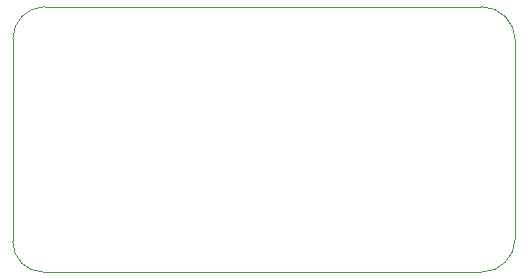
<source format=gbr>
G04*
G04 #@! TF.GenerationSoftware,Altium Limited,Altium Designer,23.1.1 (15)*
G04*
G04 Layer_Color=0*
%FSLAX44Y44*%
%MOMM*%
G71*
G04*
G04 #@! TF.SameCoordinates,4BF497F3-78CA-41F9-8CC1-BB5D37DA9F24*
G04*
G04*
G04 #@! TF.FilePolarity,Positive*
G04*
G01*
G75*
%ADD20C,0.0254*%
D20*
X18391Y-6961D02*
G02*
X-7620Y19050I0J26011D01*
G01*
Y190500D01*
D02*
G02*
X19692Y217812I27312J0D01*
G01*
X389214Y217846D01*
D02*
G02*
X417830Y189230I0J-28616D01*
G01*
Y21590D01*
D02*
G02*
X389250Y-6990I-28580J0D01*
G01*
X18391Y-6961D01*
M02*

</source>
